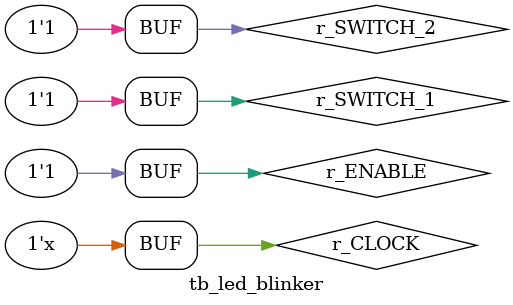
<source format=v>
`include "led_blinker.v"
`timescale 1us/1ns

module tb_led_blinker;

  reg r_CLOCK    = 1'b0;
  reg r_ENABLE   = 1'b0;
  reg r_SWITCH_1 = 1'b0;
  reg r_SWITCH_2 = 1'b0;
   
  wire w_LED_DRIVE;
 
  // Instantiate the Unit Under Test (UUT)
  led_blinker UUT 
    (
     .i_clock(r_CLOCK),
     .i_enable(r_ENABLE),
     .i_switch_1(r_SWITCH_1),
     .i_switch_2(r_SWITCH_2),
     .o_led_drive(w_LED_DRIVE)
     );
   
  always #20 r_CLOCK <= !r_CLOCK;
     
  initial begin
    r_ENABLE <= 1'b1;
 
    r_SWITCH_1 <= 1'b0;
    r_SWITCH_2 <= 1'b0;
    #200000 // 0.2 seconds
     
    r_SWITCH_1 <= 1'b0;
    r_SWITCH_2 <= 1'b1;
    #200000 // 0.2 seconds
     
    r_SWITCH_1 <= 1'b1;
    r_SWITCH_2 <= 1'b0;
    #500000 // 0.5 seconds
 
    r_SWITCH_1 <= 1'b1;
    r_SWITCH_2 <= 1'b1;
    #2000000 // 2 seconds
 
    $display("Test Complete");
  end

endmodule
</source>
